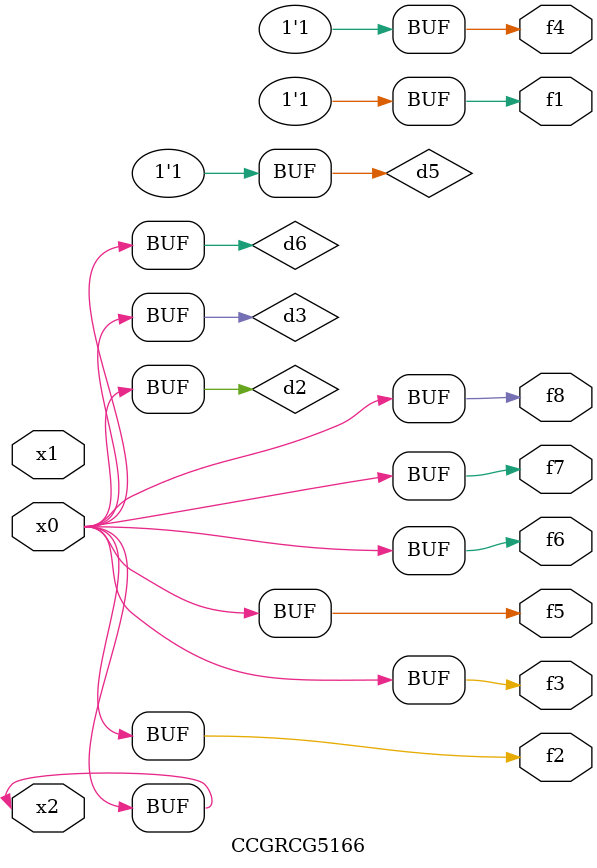
<source format=v>
module CCGRCG5166(
	input x0, x1, x2,
	output f1, f2, f3, f4, f5, f6, f7, f8
);

	wire d1, d2, d3, d4, d5, d6;

	xnor (d1, x2);
	buf (d2, x0, x2);
	and (d3, x0);
	xnor (d4, x1, x2);
	nand (d5, d1, d3);
	buf (d6, d2, d3);
	assign f1 = d5;
	assign f2 = d6;
	assign f3 = d6;
	assign f4 = d5;
	assign f5 = d6;
	assign f6 = d6;
	assign f7 = d6;
	assign f8 = d6;
endmodule

</source>
